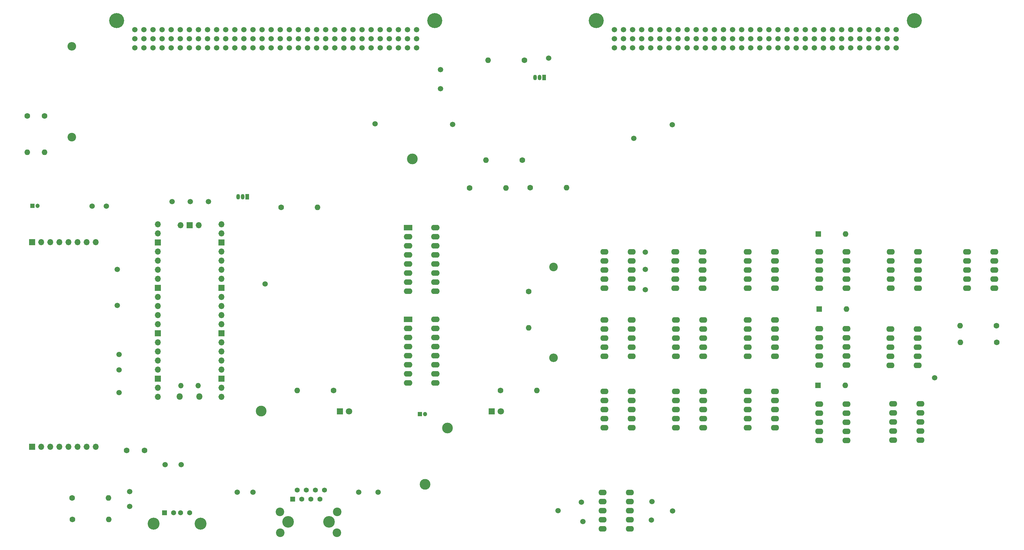
<source format=gbr>
%TF.GenerationSoftware,KiCad,Pcbnew,7.0.5*%
%TF.CreationDate,2023-08-08T11:47:50-04:00*%
%TF.ProjectId,selftest_bd,73656c66-7465-4737-945f-62642e6b6963,1.0*%
%TF.SameCoordinates,Original*%
%TF.FileFunction,Soldermask,Bot*%
%TF.FilePolarity,Negative*%
%FSLAX46Y46*%
G04 Gerber Fmt 4.6, Leading zero omitted, Abs format (unit mm)*
G04 Created by KiCad (PCBNEW 7.0.5) date 2023-08-08 11:47:50*
%MOMM*%
%LPD*%
G01*
G04 APERTURE LIST*
%ADD10C,1.500000*%
%ADD11R,1.800000X1.800000*%
%ADD12C,1.800000*%
%ADD13O,2.300000X1.600000*%
%ADD14R,1.600000X1.600000*%
%ADD15O,1.600000X1.600000*%
%ADD16C,3.250000*%
%ADD17R,1.408000X1.408000*%
%ADD18C,1.408000*%
%ADD19C,2.400000*%
%ADD20C,4.200000*%
%ADD21C,1.600000*%
%ADD22R,2.400000X1.600000*%
%ADD23O,2.400000X1.600000*%
%ADD24R,1.200000X1.200000*%
%ADD25C,1.200000*%
%ADD26O,2.400000X2.400000*%
%ADD27C,3.000000*%
%ADD28R,1.050000X1.500000*%
%ADD29O,1.050000X1.500000*%
%ADD30R,1.428000X1.428000*%
%ADD31C,1.428000*%
%ADD32C,3.346000*%
%ADD33R,1.700000X1.700000*%
%ADD34O,1.700000X1.700000*%
%ADD35O,1.800000X1.800000*%
%ADD36O,1.500000X1.500000*%
G04 APERTURE END LIST*
D10*
%TO.C,TP15*%
X103064800Y-147767000D03*
%TD*%
%TO.C,TP32*%
X257750500Y-187165000D03*
%TD*%
%TO.C,TP5*%
X196270000Y-79100000D03*
%TD*%
D11*
%TO.C,D4*%
X207175000Y-159359600D03*
D12*
X209715000Y-159359600D03*
%TD*%
D10*
%TO.C,TP23*%
X140500000Y-181950000D03*
%TD*%
%TO.C,TP40*%
X120421400Y-174269400D03*
%TD*%
D13*
%TO.C,K16*%
X298740000Y-157350000D03*
X298740000Y-159890000D03*
X298740000Y-162430000D03*
X298740000Y-164970000D03*
X298740000Y-167510000D03*
X306360000Y-167510000D03*
X306360000Y-164970000D03*
X306360000Y-162430000D03*
X306360000Y-159890000D03*
X306360000Y-157350000D03*
%TD*%
D10*
%TO.C,TP35*%
X251950500Y-184565000D03*
%TD*%
D13*
%TO.C,K4*%
X238700000Y-114750000D03*
X238700000Y-117290000D03*
X238700000Y-119830000D03*
X238700000Y-122370000D03*
X238700000Y-124910000D03*
X246320000Y-124910000D03*
X246320000Y-122370000D03*
X246320000Y-119830000D03*
X246320000Y-117290000D03*
X246320000Y-114750000D03*
%TD*%
D14*
%TO.C,D1*%
X298690000Y-130700000D03*
D15*
X306310000Y-130700000D03*
%TD*%
D16*
%TO.C,J3*%
X150291800Y-190213400D03*
X161721800Y-190213400D03*
D17*
X151561800Y-183863400D03*
D18*
X152831800Y-181323400D03*
X154101800Y-183863400D03*
X155371800Y-181323400D03*
X156641800Y-183863400D03*
X157911800Y-181323400D03*
X159181800Y-183863400D03*
X160451800Y-181323400D03*
D19*
X147981800Y-187463400D03*
X148091800Y-193263400D03*
X163921800Y-193263400D03*
X164031800Y-187463400D03*
%TD*%
D10*
%TO.C,J2*%
X320217800Y-52595335D03*
X317677800Y-52595335D03*
X315137800Y-52595335D03*
X312597800Y-52595335D03*
X310057800Y-52595335D03*
X307517800Y-52595335D03*
X304977800Y-52595335D03*
X302437800Y-52595335D03*
X299897800Y-52595335D03*
X297357800Y-52595335D03*
X294817800Y-52595335D03*
X292277800Y-52595335D03*
X289737800Y-52595335D03*
X287197800Y-52595335D03*
X284657800Y-52595335D03*
X282117800Y-52595335D03*
X279577800Y-52595335D03*
X277037800Y-52595335D03*
X274497800Y-52595335D03*
X271957800Y-52595335D03*
X269417800Y-52595335D03*
X266877800Y-52595335D03*
X264337800Y-52595335D03*
X261797800Y-52595335D03*
X259257800Y-52595335D03*
X256717800Y-52595335D03*
X254177800Y-52595335D03*
X251637800Y-52595335D03*
X249097800Y-52595335D03*
X246557800Y-52595335D03*
X244017800Y-52595335D03*
X241477800Y-52595335D03*
X320217800Y-55135335D03*
X317677800Y-55135335D03*
X315137800Y-55135335D03*
X312597800Y-55135335D03*
X310057800Y-55135335D03*
X307517800Y-55135335D03*
X304977800Y-55135335D03*
X302437800Y-55135335D03*
X299897800Y-55135335D03*
X297357800Y-55135335D03*
X294817800Y-55135335D03*
X292277800Y-55135335D03*
X289737800Y-55135335D03*
X287197800Y-55135335D03*
X284657800Y-55135335D03*
X282117800Y-55135335D03*
X279577800Y-55135335D03*
X277037800Y-55135335D03*
X274497800Y-55135335D03*
X271957800Y-55135335D03*
X269417800Y-55135335D03*
X266877800Y-55135335D03*
X264337800Y-55135335D03*
X261797800Y-55135335D03*
X259257800Y-55135335D03*
X256717800Y-55135335D03*
X254177800Y-55135335D03*
X251637800Y-55135335D03*
X249097800Y-55135335D03*
X246557800Y-55135335D03*
X244017800Y-55135335D03*
X241477800Y-55135335D03*
X320217800Y-57675335D03*
X317677800Y-57675335D03*
X315137800Y-57675335D03*
X312597800Y-57675335D03*
X310057800Y-57675335D03*
X307517800Y-57675335D03*
X304977800Y-57675335D03*
X302437800Y-57675335D03*
X299897800Y-57675335D03*
X297357800Y-57675335D03*
X294817800Y-57675335D03*
X292277800Y-57675335D03*
X289737800Y-57675335D03*
X287197800Y-57675335D03*
X284657800Y-57675335D03*
X282117800Y-57675335D03*
X279577800Y-57675335D03*
X277037800Y-57675335D03*
X274497800Y-57675335D03*
X271957800Y-57675335D03*
X269417800Y-57675335D03*
X266877800Y-57675335D03*
X264337800Y-57675335D03*
X261797800Y-57675335D03*
X259257800Y-57675335D03*
X256717800Y-57675335D03*
X254177800Y-57675335D03*
X251637800Y-57675335D03*
X249097800Y-57675335D03*
X246557800Y-57675335D03*
X244017800Y-57675335D03*
X241477800Y-57675335D03*
D20*
X325297800Y-50055335D03*
X236397800Y-50055335D03*
%TD*%
D10*
%TO.C,TP2*%
X174580000Y-78910000D03*
%TD*%
%TO.C,TP11*%
X117856000Y-100650000D03*
%TD*%
%TO.C,TP9*%
X223110000Y-60520000D03*
%TD*%
D21*
%TO.C,R9*%
X89940000Y-183550000D03*
D15*
X100100000Y-183550000D03*
%TD*%
D21*
%TO.C,R1*%
X217500000Y-125790000D03*
D15*
X217500000Y-135950000D03*
%TD*%
D21*
%TO.C,R7*%
X217920000Y-96800000D03*
D15*
X228080000Y-96800000D03*
%TD*%
D13*
%TO.C,K17*%
X238160500Y-182075000D03*
X238160500Y-184615000D03*
X238160500Y-187155000D03*
X238160500Y-189695000D03*
X238160500Y-192235000D03*
X245780500Y-192235000D03*
X245780500Y-189695000D03*
X245780500Y-187155000D03*
X245780500Y-184615000D03*
X245780500Y-182075000D03*
%TD*%
D10*
%TO.C,TP4*%
X246870000Y-82960000D03*
%TD*%
%TO.C,J1*%
X186182000Y-52595335D03*
X183642000Y-52595335D03*
X181102000Y-52595335D03*
X178562000Y-52595335D03*
X176022000Y-52595335D03*
X173482000Y-52595335D03*
X170942000Y-52595335D03*
X168402000Y-52595335D03*
X165862000Y-52595335D03*
X163322000Y-52595335D03*
X160782000Y-52595335D03*
X158242000Y-52595335D03*
X155702000Y-52595335D03*
X153162000Y-52595335D03*
X150622000Y-52595335D03*
X148082000Y-52595335D03*
X145542000Y-52595335D03*
X143002000Y-52595335D03*
X140462000Y-52595335D03*
X137922000Y-52595335D03*
X135382000Y-52595335D03*
X132842000Y-52595335D03*
X130302000Y-52595335D03*
X127762000Y-52595335D03*
X125222000Y-52595335D03*
X122682000Y-52595335D03*
X120142000Y-52595335D03*
X117602000Y-52595335D03*
X115062000Y-52595335D03*
X112522000Y-52595335D03*
X109982000Y-52595335D03*
X107442000Y-52595335D03*
X186182000Y-55135335D03*
X183642000Y-55135335D03*
X181102000Y-55135335D03*
X178562000Y-55135335D03*
X176022000Y-55135335D03*
X173482000Y-55135335D03*
X170942000Y-55135335D03*
X168402000Y-55135335D03*
X165862000Y-55135335D03*
X163322000Y-55135335D03*
X160782000Y-55135335D03*
X158242000Y-55135335D03*
X155702000Y-55135335D03*
X153162000Y-55135335D03*
X150622000Y-55135335D03*
X148082000Y-55135335D03*
X145542000Y-55135335D03*
X143002000Y-55135335D03*
X140462000Y-55135335D03*
X137922000Y-55135335D03*
X135382000Y-55135335D03*
X132842000Y-55135335D03*
X130302000Y-55135335D03*
X127762000Y-55135335D03*
X125222000Y-55135335D03*
X122682000Y-55135335D03*
X120142000Y-55135335D03*
X117602000Y-55135335D03*
X115062000Y-55135335D03*
X112522000Y-55135335D03*
X109982000Y-55135335D03*
X107442000Y-55135335D03*
X186182000Y-57675335D03*
X183642000Y-57675335D03*
X181102000Y-57675335D03*
X178562000Y-57675335D03*
X176022000Y-57675335D03*
X173482000Y-57675335D03*
X170942000Y-57675335D03*
X168402000Y-57675335D03*
X165862000Y-57675335D03*
X163322000Y-57675335D03*
X160782000Y-57675335D03*
X158242000Y-57675335D03*
X155702000Y-57675335D03*
X153162000Y-57675335D03*
X150622000Y-57675335D03*
X148082000Y-57675335D03*
X145542000Y-57675335D03*
X143002000Y-57675335D03*
X140462000Y-57675335D03*
X137922000Y-57675335D03*
X135382000Y-57675335D03*
X132842000Y-57675335D03*
X130302000Y-57675335D03*
X127762000Y-57675335D03*
X125222000Y-57675335D03*
X122682000Y-57675335D03*
X120142000Y-57675335D03*
X117602000Y-57675335D03*
X115062000Y-57675335D03*
X112522000Y-57675335D03*
X109982000Y-57675335D03*
X107442000Y-57675335D03*
D20*
X191262000Y-50055335D03*
X102362000Y-50055335D03*
%TD*%
D10*
%TO.C,TP14*%
X103064800Y-154066200D03*
%TD*%
D13*
%TO.C,K14*%
X298750000Y-136200000D03*
X298750000Y-138740000D03*
X298750000Y-141280000D03*
X298750000Y-143820000D03*
X298750000Y-146360000D03*
X306370000Y-146360000D03*
X306370000Y-143820000D03*
X306370000Y-141280000D03*
X306370000Y-138740000D03*
X306370000Y-136200000D03*
%TD*%
D22*
%TO.C,U2*%
X183800000Y-107930000D03*
D23*
X183800000Y-110470000D03*
X183800000Y-113010000D03*
X183800000Y-115550000D03*
X183800000Y-118090000D03*
X183800000Y-120630000D03*
X183800000Y-123170000D03*
X183800000Y-125710000D03*
X191420000Y-125710000D03*
X191420000Y-123170000D03*
X191420000Y-120630000D03*
X191420000Y-118090000D03*
X191420000Y-115550000D03*
X191420000Y-113010000D03*
X191420000Y-110470000D03*
X191420000Y-107930000D03*
%TD*%
D24*
%TO.C,C3*%
X78797401Y-101900000D03*
D25*
X80297401Y-101900000D03*
%TD*%
D22*
%TO.C,U3*%
X183800000Y-133610000D03*
D23*
X183800000Y-136150000D03*
X183800000Y-138690000D03*
X183800000Y-141230000D03*
X183800000Y-143770000D03*
X183800000Y-146310000D03*
X183800000Y-148850000D03*
X183800000Y-151390000D03*
X191420000Y-151390000D03*
X191420000Y-148850000D03*
X191420000Y-146310000D03*
X191420000Y-143770000D03*
X191420000Y-141230000D03*
X191420000Y-138690000D03*
X191420000Y-136150000D03*
X191420000Y-133610000D03*
%TD*%
D21*
%TO.C,C1*%
X105181400Y-170271400D03*
X110181400Y-170271400D03*
%TD*%
D10*
%TO.C,TP17*%
X103064800Y-143449000D03*
%TD*%
D13*
%TO.C,K6*%
X319380000Y-157220000D03*
X319380000Y-159760000D03*
X319380000Y-162300000D03*
X319380000Y-164840000D03*
X319380000Y-167380000D03*
X327000000Y-167380000D03*
X327000000Y-164840000D03*
X327000000Y-162300000D03*
X327000000Y-159760000D03*
X327000000Y-157220000D03*
%TD*%
D21*
%TO.C,R11*%
X77393800Y-76733400D03*
D15*
X77393800Y-86893400D03*
%TD*%
D19*
%TO.C,R12*%
X89865200Y-82626200D03*
D26*
X89865200Y-57226200D03*
%TD*%
D10*
%TO.C,TP1*%
X192900000Y-63730000D03*
%TD*%
D13*
%TO.C,K2*%
X278700000Y-114750000D03*
X278700000Y-117290000D03*
X278700000Y-119830000D03*
X278700000Y-122370000D03*
X278700000Y-124910000D03*
X286320000Y-124910000D03*
X286320000Y-122370000D03*
X286320000Y-119830000D03*
X286320000Y-117290000D03*
X286320000Y-114750000D03*
%TD*%
%TO.C,K9*%
X318630000Y-136360000D03*
X318630000Y-138900000D03*
X318630000Y-141440000D03*
X318630000Y-143980000D03*
X318630000Y-146520000D03*
X326250000Y-146520000D03*
X326250000Y-143980000D03*
X326250000Y-141440000D03*
X326250000Y-138900000D03*
X326250000Y-136360000D03*
%TD*%
D10*
%TO.C,TP20*%
X106000000Y-185950000D03*
%TD*%
D13*
%TO.C,K15*%
X298700000Y-114750000D03*
X298700000Y-117290000D03*
X298700000Y-119830000D03*
X298700000Y-122370000D03*
X298700000Y-124910000D03*
X306320000Y-124910000D03*
X306320000Y-122370000D03*
X306320000Y-119830000D03*
X306320000Y-117290000D03*
X306320000Y-114750000D03*
%TD*%
%TO.C,K13*%
X318700000Y-114750000D03*
X318700000Y-117290000D03*
X318700000Y-119830000D03*
X318700000Y-122370000D03*
X318700000Y-124910000D03*
X326320000Y-124910000D03*
X326320000Y-122370000D03*
X326320000Y-119830000D03*
X326320000Y-117290000D03*
X326320000Y-114750000D03*
%TD*%
D10*
%TO.C,TP24*%
X170000000Y-181950000D03*
%TD*%
D13*
%TO.C,K5*%
X258500000Y-114750000D03*
X258500000Y-117290000D03*
X258500000Y-119830000D03*
X258500000Y-122370000D03*
X258500000Y-124910000D03*
X266120000Y-124910000D03*
X266120000Y-122370000D03*
X266120000Y-119830000D03*
X266120000Y-117290000D03*
X266120000Y-114750000D03*
%TD*%
%TO.C,K8*%
X278700000Y-133750000D03*
X278700000Y-136290000D03*
X278700000Y-138830000D03*
X278700000Y-141370000D03*
X278700000Y-143910000D03*
X286320000Y-143910000D03*
X286320000Y-141370000D03*
X286320000Y-138830000D03*
X286320000Y-136290000D03*
X286320000Y-133750000D03*
%TD*%
D10*
%TO.C,TP25*%
X175470000Y-181950000D03*
%TD*%
D21*
%TO.C,R14*%
X216380000Y-61100000D03*
D15*
X206220000Y-61100000D03*
%TD*%
D27*
%TO.C,TP6*%
X188600000Y-179750000D03*
%TD*%
D28*
%TO.C,U4*%
X138870000Y-99340000D03*
D29*
X137600000Y-99340000D03*
X136330000Y-99340000D03*
%TD*%
D10*
%TO.C,TP28*%
X250100000Y-119650000D03*
%TD*%
D21*
%TO.C,R6*%
X215780000Y-89050000D03*
D15*
X205620000Y-89050000D03*
%TD*%
D27*
%TO.C,TP37*%
X194843400Y-164033200D03*
%TD*%
D21*
%TO.C,R15*%
X209651600Y-153543000D03*
D15*
X219811600Y-153543000D03*
%TD*%
D28*
%TO.C,U5*%
X221870000Y-65940000D03*
D29*
X220600000Y-65940000D03*
X219330000Y-65940000D03*
%TD*%
D14*
%TO.C,D3*%
X298340000Y-152050000D03*
D15*
X305960000Y-152050000D03*
%TD*%
D30*
%TO.C,J4*%
X115760000Y-187740000D03*
D31*
X118260000Y-187740000D03*
X120260000Y-187740000D03*
X122760000Y-187740000D03*
D32*
X112690000Y-190740000D03*
X125830000Y-190740000D03*
%TD*%
D33*
%TO.C,J6*%
X78740000Y-112030000D03*
D34*
X81280000Y-112030000D03*
X83820000Y-112030000D03*
X86360000Y-112030000D03*
X88900000Y-112030000D03*
X91440000Y-112030000D03*
X93980000Y-112030000D03*
X96520000Y-112030000D03*
%TD*%
D10*
%TO.C,TP30*%
X250100000Y-125350000D03*
%TD*%
%TO.C,TP34*%
X232650500Y-190165000D03*
%TD*%
D13*
%TO.C,K3*%
X238700000Y-133750000D03*
X238700000Y-136290000D03*
X238700000Y-138830000D03*
X238700000Y-141370000D03*
X238700000Y-143910000D03*
X246320000Y-143910000D03*
X246320000Y-141370000D03*
X246320000Y-138830000D03*
X246320000Y-136290000D03*
X246320000Y-133750000D03*
%TD*%
D10*
%TO.C,TP33*%
X232250500Y-184765000D03*
%TD*%
%TO.C,TP26*%
X95500000Y-101950000D03*
%TD*%
D13*
%TO.C,K1*%
X238700000Y-153750000D03*
X238700000Y-156290000D03*
X238700000Y-158830000D03*
X238700000Y-161370000D03*
X238700000Y-163910000D03*
X246320000Y-163910000D03*
X246320000Y-161370000D03*
X246320000Y-158830000D03*
X246320000Y-156290000D03*
X246320000Y-153750000D03*
%TD*%
D10*
%TO.C,TP13*%
X128016000Y-100650000D03*
%TD*%
D24*
%TO.C,C2*%
X187100000Y-160150000D03*
D25*
X188600000Y-160150000D03*
%TD*%
D10*
%TO.C,TP12*%
X122936000Y-100650000D03*
%TD*%
D13*
%TO.C,K12*%
X340000000Y-114750000D03*
X340000000Y-117290000D03*
X340000000Y-119830000D03*
X340000000Y-122370000D03*
X340000000Y-124910000D03*
X347620000Y-124910000D03*
X347620000Y-122370000D03*
X347620000Y-119830000D03*
X347620000Y-117290000D03*
X347620000Y-114750000D03*
%TD*%
D10*
%TO.C,TP22*%
X136050000Y-181950000D03*
%TD*%
D21*
%TO.C,R5*%
X200990000Y-96870000D03*
D15*
X211150000Y-96870000D03*
%TD*%
D10*
%TO.C,TP36*%
X251850500Y-189765000D03*
%TD*%
D21*
%TO.C,R4*%
X348280000Y-135400000D03*
D15*
X338120000Y-135400000D03*
%TD*%
D27*
%TO.C,TP38*%
X185013600Y-88696800D03*
%TD*%
D10*
%TO.C,TP39*%
X115951000Y-174269400D03*
%TD*%
%TO.C,TP27*%
X99500000Y-101950000D03*
%TD*%
D13*
%TO.C,K7*%
X258700000Y-133750000D03*
X258700000Y-136290000D03*
X258700000Y-138830000D03*
X258700000Y-141370000D03*
X258700000Y-143910000D03*
X266320000Y-143910000D03*
X266320000Y-141370000D03*
X266320000Y-138830000D03*
X266320000Y-136290000D03*
X266320000Y-133750000D03*
%TD*%
D10*
%TO.C,TP21*%
X106000000Y-181750000D03*
%TD*%
D21*
%TO.C,R13*%
X148340000Y-102300000D03*
D15*
X158500000Y-102300000D03*
%TD*%
D21*
%TO.C,R10*%
X82245200Y-76733400D03*
D15*
X82245200Y-86893400D03*
%TD*%
D10*
%TO.C,TP29*%
X250100000Y-114850000D03*
%TD*%
%TO.C,TP19*%
X102539800Y-119623800D03*
%TD*%
%TO.C,TP18*%
X102539800Y-129733000D03*
%TD*%
D13*
%TO.C,K11*%
X258700000Y-153750000D03*
X258700000Y-156290000D03*
X258700000Y-158830000D03*
X258700000Y-161370000D03*
X258700000Y-163910000D03*
X266320000Y-163910000D03*
X266320000Y-161370000D03*
X266320000Y-158830000D03*
X266320000Y-156290000D03*
X266320000Y-153750000D03*
%TD*%
D10*
%TO.C,TP7*%
X192900000Y-69070000D03*
%TD*%
D27*
%TO.C,TP3*%
X142722600Y-159232600D03*
%TD*%
D10*
%TO.C,TP10*%
X330962000Y-149987000D03*
%TD*%
D14*
%TO.C,D2*%
X298440000Y-109750000D03*
D15*
X306060000Y-109750000D03*
%TD*%
D10*
%TO.C,TP8*%
X257650000Y-79140000D03*
%TD*%
D21*
%TO.C,R3*%
X348330000Y-140050000D03*
D15*
X338170000Y-140050000D03*
%TD*%
D10*
%TO.C,TP31*%
X225700000Y-187150000D03*
%TD*%
D35*
%TO.C,U1*%
X125470000Y-155160000D03*
D36*
X125170000Y-152130000D03*
X120320000Y-152130000D03*
D35*
X120020000Y-155160000D03*
D34*
X131635000Y-155290000D03*
X131635000Y-152750000D03*
D33*
X131635000Y-150210000D03*
D34*
X131635000Y-147670000D03*
X131635000Y-145130000D03*
X131635000Y-142590000D03*
X131635000Y-140050000D03*
D33*
X131635000Y-137510000D03*
D34*
X131635000Y-134970000D03*
X131635000Y-132430000D03*
X131635000Y-129890000D03*
X131635000Y-127350000D03*
D33*
X131635000Y-124810000D03*
D34*
X131635000Y-122270000D03*
X131635000Y-119730000D03*
X131635000Y-117190000D03*
X131635000Y-114650000D03*
D33*
X131635000Y-112110000D03*
D34*
X131635000Y-109570000D03*
X131635000Y-107030000D03*
X113855000Y-107030000D03*
X113855000Y-109570000D03*
D33*
X113855000Y-112110000D03*
D34*
X113855000Y-114650000D03*
X113855000Y-117190000D03*
X113855000Y-119730000D03*
X113855000Y-122270000D03*
D33*
X113855000Y-124810000D03*
D34*
X113855000Y-127350000D03*
X113855000Y-129890000D03*
X113855000Y-132430000D03*
X113855000Y-134970000D03*
D33*
X113855000Y-137510000D03*
D34*
X113855000Y-140050000D03*
X113855000Y-142590000D03*
X113855000Y-145130000D03*
X113855000Y-147670000D03*
D33*
X113855000Y-150210000D03*
D34*
X113855000Y-152750000D03*
X113855000Y-155290000D03*
X125285000Y-107260000D03*
D33*
X122745000Y-107260000D03*
D34*
X120205000Y-107260000D03*
%TD*%
D13*
%TO.C,K10*%
X278700000Y-153750000D03*
X278700000Y-156290000D03*
X278700000Y-158830000D03*
X278700000Y-161370000D03*
X278700000Y-163910000D03*
X286320000Y-163910000D03*
X286320000Y-161370000D03*
X286320000Y-158830000D03*
X286320000Y-156290000D03*
X286320000Y-153750000D03*
%TD*%
D19*
%TO.C,R2*%
X224500000Y-118950000D03*
D26*
X224500000Y-144350000D03*
%TD*%
D11*
%TO.C,D5*%
X164744400Y-159359600D03*
D12*
X167284400Y-159359600D03*
%TD*%
D21*
%TO.C,R16*%
X162991800Y-153543000D03*
D15*
X152831800Y-153543000D03*
%TD*%
D10*
%TO.C,TP16*%
X143900000Y-123700000D03*
%TD*%
D21*
%TO.C,R8*%
X90020000Y-189550000D03*
D15*
X100180000Y-189550000D03*
%TD*%
D33*
%TO.C,J5*%
X78740000Y-169230000D03*
D34*
X81280000Y-169230000D03*
X83820000Y-169230000D03*
X86360000Y-169230000D03*
X88900000Y-169230000D03*
X91440000Y-169230000D03*
X93980000Y-169230000D03*
X96520000Y-169230000D03*
%TD*%
M02*

</source>
